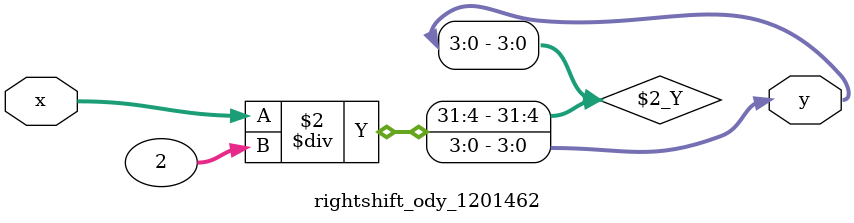
<source format=v>

module rightshift_ody_1201462 #(parameter n=3) (x,y);///module
input signed [n:0] x ;//input
output reg signed [n:0] y ;//output

always @(x)//shift right as a division operation by 2
 begin 
 
 y = x/2;
 end 
 
 endmodule 
</source>
